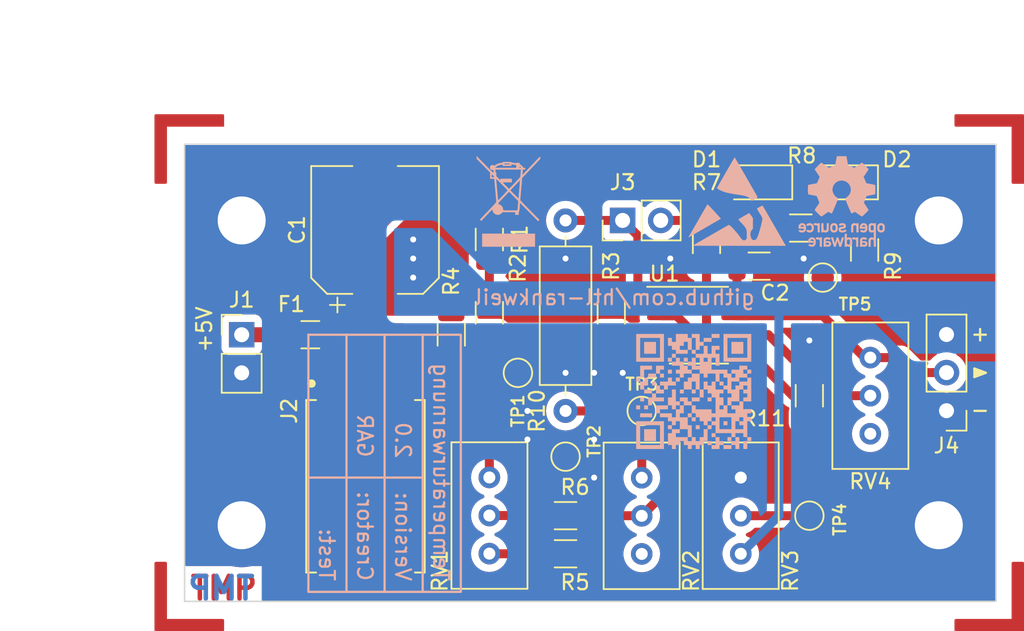
<source format=kicad_pcb>
(kicad_pcb (version 20221018) (generator pcbnew)
  (title_block (title "${acronym} - ${title}") (date "${date}") (rev "${revision}") (company "${company}") (comment 1 "${creator}") (comment 2 "${license}"))
  (layers (0 "F.Cu" signal) (31 "B.Cu" signal) (34 "B.Paste" user) (35 "F.Paste" user) (36 "B.SilkS" user "B.Silkscreen") (37 "F.SilkS" user "F.Silkscreen") (38 "B.Mask" user) (39 "F.Mask" user) (44 "Edge.Cuts" user))
  (property "acronym" "TMP")
  (property "company" "HTL-Rankweil")
  (property "creator" "GAR")
  (property "date" "2023-12-23")
  (property "license" "CC BY-NC-SA 4.0")
  (property "link" "github.com/htl-rankweil")
  (property "revision" "2.0")
  (property "title" "Temperaturwarnung")
  (net 0 "")
  (net 1 "+5V")
  (net 2 "GND")
  (net 3 "Net-(D1-K)")
  (net 4 "Net-(D2-K)")
  (net 5 "Net-(D2-A)")
  (net 6 "Net-(J1-Pin_1)")
  (net 7 "Net-(J2-Pin_2)")
  (net 8 "Net-(J3-Pin_1)")
  (net 9 "Net-(J3-Pin_2)")
  (net 10 "Net-(R1-Pad2)")
  (net 11 "Net-(R4-Pad2)")
  (net 12 "Net-(R5-Pad1)")
  (net 13 "Net-(U1B-+)")
  (net 14 "Net-(U1A--)")
  (net 15 "Net-(U1B--)")
  (net 17 "Net-(R6-Pad1)")
  (net 19 "Net-(R10-Pad2)")
  (net 20 "Net-(R11-Pad1)")
  (footprint "Resistor_SMD:R_1206_3216Metric" (layer "F.Cu") (at 143.515 77.47 -90)
    (fp_text reference "R1" (at 0 -2.032 90) (layer "F.SilkS"))
    (fp_text value "6k2")
    (pad "1" smd roundrect (at -1.4625 0 270) (size 1.125 1.75) (layers "F.Cu" "F.Paste" "F.Mask") (roundrect_rratio 0.2222222222) (net 1 "+5V"))
    (pad "2" smd roundrect (at 1.4625 0 270) (size 1.125 1.75) (layers "F.Cu" "F.Paste" "F.Mask") (roundrect_rratio 0.2222222222) (net 10 "Net-(R1-Pad2)"))
  )
  (footprint "Potentiometer_THT:Potentiometer_Bourns_3296W_Vertical" (layer "F.Cu") (at 143.515 93.335 90)
    (fp_text reference "RV1" (at -6.233 -3.302 90) (layer "F.SilkS"))
    (fp_text value "200")
    (pad "1" thru_hole circle (at 0 0 90) (size 1.44 1.44) (drill 0.8) (layers "*.Cu" "*.Mask") (net 11 "Net-(R4-Pad2)"))
    (pad "2" thru_hole circle (at -2.54 0 90) (size 1.44 1.44) (drill 0.8) (layers "*.Cu" "*.Mask") (net 17 "Net-(R6-Pad1)"))
    (pad "3" thru_hole circle (at -5.08 0 90) (size 1.44 1.44) (drill 0.8) (layers "*.Cu" "*.Mask") (net 12 "Net-(R5-Pad1)"))
  )
  (footprint "LED_SMD:LED_1206_3216Metric" (layer "F.Cu") (at 161.425 73.66 180)
    (fp_text reference "D1" (at 3.432 1.524 180) (layer "F.SilkS"))
    (fp_text value "Green")
    (pad "1" smd roundrect (at -1.4 0 180) (size 1.25 1.75) (layers "F.Cu" "F.Paste" "F.Mask") (roundrect_rratio 0.2) (net 3 "Net-(D1-K)"))
    (pad "2" smd roundrect (at 1.4 0 180) (size 1.25 1.75) (layers "F.Cu" "F.Paste" "F.Mask") (roundrect_rratio 0.2) (net 1 "+5V"))
  )
  (footprint "Fuse:Fuse_1206_3216Metric" (layer "F.Cu") (at 131.577 83.82)
    (fp_text reference "F1" (at -1.27 -2.032) (layer "F.SilkS"))
    (fp_text value "100m")
    (pad "1" smd roundrect (at -1.4 0) (size 1.25 1.75) (layers "F.Cu" "F.Paste" "F.Mask") (roundrect_rratio 0.2) (net 6 "Net-(J1-Pin_1)"))
    (pad "2" smd roundrect (at 1.4 0) (size 1.25 1.75) (layers "F.Cu" "F.Paste" "F.Mask") (roundrect_rratio 0.2) (net 1 "+5V"))
  )
  (footprint "Resistor_SMD:R_1206_3216Metric" (layer "F.Cu") (at 157.993 77.6625 -90)
    (fp_text reference "R7" (at -4.0025 0) (layer "F.SilkS"))
    (fp_text value "1k")
    (pad "1" smd roundrect (at -1.4625 0 270) (size 1.125 1.75) (layers "F.Cu" "F.Paste" "F.Mask") (roundrect_rratio 0.2222222222) (net 9 "Net-(J3-Pin_2)"))
    (pad "2" smd roundrect (at 1.4625 0 270) (size 1.125 1.75) (layers "F.Cu" "F.Paste" "F.Mask") (roundrect_rratio 0.2222222222) (net 13 "Net-(U1B-+)"))
  )
  (footprint "Resistor_SMD:R_1206_3216Metric" (layer "F.Cu") (at 148.595 95.885)
    (fp_text reference "R6" (at 0.635 -1.905 180) (layer "F.SilkS"))
    (fp_text value "33k")
    (pad "1" smd roundrect (at -1.4625 0) (size 1.125 1.75) (layers "F.Cu" "F.Paste" "F.Mask") (roundrect_rratio 0.2222222222) (net 17 "Net-(R6-Pad1)"))
    (pad "2" smd roundrect (at 1.4625 0) (size 1.125 1.75) (layers "F.Cu" "F.Paste" "F.Mask") (roundrect_rratio 0.2222222222) (net 14 "Net-(U1A--)"))
  )
  (footprint "Connector_PinHeader_2.54mm:PinHeader_1x02_P2.54mm_Vertical" (layer "F.Cu") (at 127 83.82)
    (fp_text reference "J1" (at 0 -2.33) (layer "F.SilkS"))
    (fp_text value "Conn_01x02_Pin" hide)
    (pad "1" thru_hole rect (at 0 0) (size 1.7 1.7) (drill 1) (layers "*.Cu" "*.Mask") (net 6 "Net-(J1-Pin_1)"))
    (pad "2" thru_hole oval (at 0 2.54) (size 1.7 1.7) (drill 1) (layers "*.Cu" "*.Mask") (net 2 "GND"))
  )
  (footprint "TestPoint:TestPoint_Pad_D1.5mm" (layer "F.Cu") (at 165.74 80.01)
    (fp_text reference "TP5" (at 2.159 1.778 180) (layer "F.SilkS") (effects (font (size 0.8 0.8))))
    (fp_text value "TestPoint_Probe" hide)
    (pad "1" smd circle (at 0 0) (size 1.5 1.5) (layers "F.Cu" "F.Mask") (net 5 "Net-(D2-A)"))
  )
  (footprint "Capacitor_SMD:CP_Elec_8x6.5" (layer "F.Cu") (at 135.895 76.835 90)
    (fp_text reference "C1" (at 0 -5.2 90) (layer "F.SilkS"))
    (fp_text value "100u")
    (pad "1" smd roundrect (at -3.05 0 90) (size 4 2.5) (layers "F.Cu" "F.Paste" "F.Mask") (roundrect_rratio 0.1) (net 1 "+5V"))
    (pad "2" smd roundrect (at 3.05 0 90) (size 4 2.5) (layers "F.Cu" "F.Paste" "F.Mask") (roundrect_rratio 0.1) (net 2 "GND"))
  )
  (footprint "Resistor_SMD:R_1206_3216Metric" (layer "F.Cu") (at 143.515 82.3575 -90)
    (fp_text reference "R2" (at -2.9825 -1.905 90) (layer "F.SilkS"))
    (fp_text value "330")
    (pad "1" smd roundrect (at -1.4625 0 270) (size 1.125 1.75) (layers "F.Cu" "F.Paste" "F.Mask") (roundrect_rratio 0.2222222222) (net 10 "Net-(R1-Pad2)"))
    (pad "2" smd roundrect (at 1.4625 0 270) (size 1.125 1.75) (layers "F.Cu" "F.Paste" "F.Mask") (roundrect_rratio 0.2222222222) (net 7 "Net-(J2-Pin_2)"))
  )
  (footprint "Capacitor_SMD:C_1206_3216Metric" (layer "F.Cu") (at 161.5 79.248)
    (fp_text reference "C2" (at 1.065 1.778) (layer "F.SilkS"))
    (fp_text value "100n")
    (pad "1" smd roundrect (at -1.475 0) (size 1.15 1.8) (layers "F.Cu" "F.Paste" "F.Mask") (roundrect_rratio 0.2173913043) (net 1 "+5V"))
    (pad "2" smd roundrect (at 1.475 0) (size 1.15 1.8) (layers "F.Cu" "F.Paste" "F.Mask") (roundrect_rratio 0.2173913043) (net 2 "GND"))
  )
  (footprint "LED_SMD:LED_1206_3216Metric" (layer "F.Cu") (at 167.14 73.66 180)
    (fp_text reference "D2" (at -3.553 1.524) (layer "F.SilkS"))
    (fp_text value "Red")
    (pad "1" smd roundrect (at -1.4 0 180) (size 1.25 1.75) (layers "F.Cu" "F.Paste" "F.Mask") (roundrect_rratio 0.2) (net 4 "Net-(D2-K)"))
    (pad "2" smd roundrect (at 1.4 0 180) (size 1.25 1.75) (layers "F.Cu" "F.Paste" "F.Mask") (roundrect_rratio 0.2) (net 5 "Net-(D2-A)"))
  )
  (footprint "TestPoint:TestPoint_Pad_D1.5mm" (layer "F.Cu") (at 153.675 88.9)
    (fp_text reference "TP3" (at 0 -1.778) (layer "F.SilkS") (effects (font (size 0.8 0.8))))
    (fp_text value "TestPoint_Probe" hide)
    (pad "1" smd circle (at 0 0) (size 1.5 1.5) (layers "F.Cu" "F.Mask") (net 19 "Net-(R10-Pad2)"))
  )
  (footprint "TestPoint:TestPoint_Pad_D1.5mm" (layer "F.Cu") (at 148.595 91.948)
    (fp_text reference "TP2" (at 1.905 -1.016 -90) (layer "F.SilkS") (effects (font (size 0.8 0.8))))
    (fp_text value "TestPoint_Probe" hide)
    (pad "1" smd circle (at 0 0) (size 1.5 1.5) (layers "F.Cu" "F.Mask") (net 17 "Net-(R6-Pad1)"))
  )
  (footprint "MountingHole:MountingHole_3.2mm_M3_DIN965_Pad" (layer "F.Cu") (at 127 76.2)
    (fp_text reference "H1" hide)
    (fp_text value "MountingHole_Pad" hide)
    (pad "1" thru_hole circle (at 0 0) (size 5.6 5.6) (drill 3.2) (layers "*.Cu" "*.Mask") (net 2 "GND"))
  )
  (footprint "MountingHole:MountingHole_3.2mm_M3_DIN965_Pad" (layer "F.Cu") (at 173.482 96.52)
    (fp_text reference "H4" hide)
    (fp_text value "MountingHole_Pad" hide)
    (pad "1" thru_hole circle (at 0 0) (size 5.6 5.6) (drill 3.2) (layers "*.Cu" "*.Mask") (net 2 "GND"))
  )
  (footprint "Connector_Wago_SMD:WAGO_2060-402_998-404" (layer "F.Cu") (at 135.255 92.075 90)
    (fp_text reference "J2" (at 3.175 -5.08248 90) (layer "F.SilkS") (effects (font (size 1.000488 1.000488))))
    (fp_text value "Conn_01x02_Pin" hide)
    (pad "1" smd rect (at -4.625 -2 90) (size 6 2) (layers "F.Cu" "F.Paste" "F.Mask") (net 2 "GND"))
    (pad "1" smd rect (at 4.625 -2 90) (size 3.5 2) (layers "F.Cu" "F.Paste" "F.Mask") (net 2 "GND"))
    (pad "2" smd rect (at -4.625 2 90) (size 6 2) (layers "F.Cu" "F.Paste" "F.Mask") (net 7 "Net-(J2-Pin_2)"))
    (pad "2" smd rect (at 4.625 2 90) (size 3.5 2) (layers "F.Cu" "F.Paste" "F.Mask") (net 7 "Net-(J2-Pin_2)"))
  )
  (footprint "Resistor_SMD:R_1206_3216Metric" (layer "F.Cu") (at 168.534 78.1705 -90)
    (fp_text reference "R9" (at 1.0775 -1.905 -90) (layer "F.SilkS"))
    (fp_text value "270")
    (pad "1" smd roundrect (at -1.4625 0 270) (size 1.125 1.75) (layers "F.Cu" "F.Paste" "F.Mask") (roundrect_rratio 0.2222222222) (net 4 "Net-(D2-K)"))
    (pad "2" smd roundrect (at 1.4625 0 270) (size 1.125 1.75) (layers "F.Cu" "F.Paste" "F.Mask") (roundrect_rratio 0.2222222222) (net 2 "GND"))
  )
  (footprint "Resistor_SMD:R_1206_3216Metric" (layer "F.Cu") (at 151.643 82.3575 90)
    (fp_text reference "R3" (at 3.1095 0 90) (layer "F.SilkS"))
    (fp_text value "opt.")
    (pad "1" smd roundrect (at -1.4625 0 90) (size 1.125 1.75) (layers "F.Cu" "F.Paste" "F.Mask") (roundrect_rratio 0.2222222222) (net 7 "Net-(J2-Pin_2)"))
    (pad "2" smd roundrect (at 1.4625 0 90) (size 1.125 1.75) (layers "F.Cu" "F.Paste" "F.Mask") (roundrect_rratio 0.2222222222) (net 2 "GND"))
  )
  (footprint "Resistor_SMD:R_1206_3216Metric" (layer "F.Cu") (at 164.2815 76.708)
    (fp_text reference "R8" (at 0.0615 -4.826) (layer "F.SilkS"))
    (fp_text value "270")
    (pad "1" smd roundrect (at -1.4625 0) (size 1.125 1.75) (layers "F.Cu" "F.Paste" "F.Mask") (roundrect_rratio 0.2222222222) (net 3 "Net-(D1-K)"))
    (pad "2" smd roundrect (at 1.4625 0) (size 1.125 1.75) (layers "F.Cu" "F.Paste" "F.Mask") (roundrect_rratio 0.2222222222) (net 5 "Net-(D2-A)"))
  )
  (footprint "Resistor_SMD:R_1206_3216Metric" (layer "F.Cu") (at 164.851 87.884 90)
    (fp_text reference "R11" (at -1.524 -3.048 180) (layer "F.SilkS"))
    (fp_text value "0")
    (pad "1" smd roundrect (at -1.4625 0 90) (size 1.125 1.75) (layers "F.Cu" "F.Paste" "F.Mask") (roundrect_rratio 0.2222222222) (net 20 "Net-(R11-Pad1)"))
    (pad "2" smd roundrect (at 1.4625 0 90) (size 1.125 1.75) (layers "F.Cu" "F.Paste" "F.Mask") (roundrect_rratio 0.2222222222) (net 15 "Net-(U1B--)"))
  )
  (footprint "Resistor_SMD:R_1206_3216Metric" (layer "F.Cu") (at 140.975 83.82 -90)
    (fp_text reference "R4" (at -3.556 0 90) (layer "F.SilkS"))
    (fp_text value "3k9")
    (pad "1" smd roundrect (at -1.4625 0 270) (size 1.125 1.75) (layers "F.Cu" "F.Paste" "F.Mask") (roundrect_rratio 0.2222222222) (net 1 "+5V"))
    (pad "2" smd roundrect (at 1.4625 0 270) (size 1.125 1.75) (layers "F.Cu" "F.Paste" "F.Mask") (roundrect_rratio 0.2222222222) (net 11 "Net-(R4-Pad2)"))
  )
  (footprint "Potentiometer_THT:Potentiometer_Bourns_3296W_Vertical" (layer "F.Cu") (at 168.915 85.344 90)
    (fp_text reference "RV4" (at -8.255 0 180) (layer "F.SilkS"))
    (fp_text value "250k")
    (pad "1" thru_hole circle (at 0 0 90) (size 1.44 1.44) (drill 0.8) (layers "*.Cu" "*.Mask") (net 5 "Net-(D2-A)"))
    (pad "2" thru_hole circle (at -2.54 0 90) (size 1.44 1.44) (drill 0.8) (layers "*.Cu" "*.Mask") (net 13 "Net-(U1B-+)"))
    (pad "3" thru_hole circle (at -5.08 0 90) (size 1.44 1.44) (drill 0.8) (layers "*.Cu" "*.Mask"))
  )
  (footprint "Resistor_SMD:R_1206_3216Metric" (layer "F.Cu") (at 148.595 98.425)
    (fp_text reference "R5" (at 0.635 1.905) (layer "F.SilkS"))
    (fp_text value "1k")
    (pad "1" smd roundrect (at -1.4625 0) (size 1.125 1.75) (layers "F.Cu" "F.Paste" "F.Mask") (roundrect_rratio 0.2222222222) (net 12 "Net-(R5-Pad1)"))
    (pad "2" smd roundrect (at 1.4625 0) (size 1.125 1.75) (layers "F.Cu" "F.Paste" "F.Mask") (roundrect_rratio 0.2222222222) (net 2 "GND"))
  )
  (footprint "MountingHole:MountingHole_3.2mm_M3_DIN965_Pad" (layer "F.Cu") (at 127 96.52)
    (fp_text reference "H2" hide)
    (fp_text value "MountingHole_Pad" hide)
    (pad "1" thru_hole circle (at 0 0) (size 5.6 5.6) (drill 3.2) (layers "*.Cu" "*.Mask") (net 2 "GND"))
  )
  (footprint "TestPoint:TestPoint_Pad_D1.5mm" (layer "F.Cu") (at 164.851 95.885)
    (fp_text reference "TP4" (at 2.032 0.254 90) (layer "F.SilkS") (effects (font (size 0.8 0.8))))
    (fp_text value "TestPoint_Probe" hide)
    (pad "1" smd circle (at 0 0) (size 1.5 1.5) (layers "F.Cu" "F.Mask") (net 20 "Net-(R11-Pad1)"))
  )
  (footprint "TestPoint:TestPoint_Pad_D1.5mm" (layer "F.Cu") (at 145.42 86.36)
    (fp_text reference "TP1" (at 0 2.54 90) (layer "F.SilkS") (effects (font (size 0.8 0.8))))
    (fp_text value "TestPoint_Probe" hide)
    (pad "1" smd circle (at 0 0) (size 1.5 1.5) (layers "F.Cu" "F.Mask") (net 7 "Net-(J2-Pin_2)"))
  )
  (footprint "Connector_PinHeader_2.54mm:PinHeader_1x03_P2.54mm_Vertical" (layer "F.Cu") (at 173.995 88.885 180)
    (fp_text reference "J4" (at 0 -2.33 180) (layer "F.SilkS"))
    (fp_text value "Conn_01x03_Socket" hide)
    (pad "1" thru_hole rect (at 0 0 180) (size 1.7 1.7) (drill 1) (layers "*.Cu" "*.Mask") (net 2 "GND"))
    (pad "2" thru_hole oval (at 0 2.54 180) (size 1.7 1.7) (drill 1) (layers "*.Cu" "*.Mask") (net 5 "Net-(D2-A)"))
    (pad "3" thru_hole oval (at 0 5.08 180) (size 1.7 1.7) (drill 1) (layers "*.Cu" "*.Mask") (net 1 "+5V"))
  )
  (footprint "Resistor_THT:R_Axial_DIN0309_L9.0mm_D3.2mm_P12.70mm_Horizontal" (layer "F.Cu") (at 148.595 76.2 -90)
    (fp_text reference "R10" (at 12.7 1.905 90) (layer "F.SilkS"))
    (fp_text value "0")
    (pad "1" thru_hole circle (at 0 0 270) (size 1.6 1.6) (drill 0.8) (layers "*.Cu" "*.Mask") (net 8 "Net-(J3-Pin_1)"))
    (pad "2" thru_hole oval (at 12.7 0 270) (size 1.6 1.6) (drill 0.8) (layers "*.Cu" "*.Mask") (net 19 "Net-(R10-Pad2)"))
  )
  (footprint "Connector_PinHeader_2.54mm:PinHeader_1x02_P2.54mm_Vertical" (layer "F.Cu") (at 152.4 76.2 90)
    (fp_text reference "J3" (at 2.54 0.005 180) (layer "F.SilkS"))
    (fp_text value "Conn_01x02_Pin" hide)
    (pad "1" thru_hole rect (at 0 0 90) (size 1.7 1.7) (drill 1) (layers "*.Cu" "*.Mask") (net 8 "Net-(J3-Pin_1)"))
    (pad "2" thru_hole oval (at 0 2.54 90) (size 1.7 1.7) (drill 1) (layers "*.Cu" "*.Mask") (net 9 "Net-(J3-Pin_2)"))
  )
  (footprint "Potentiometer_THT:Potentiometer_Bourns_3296W_Vertical" (layer "F.Cu") (at 160.279 98.425 -90)
    (fp_text reference "RV3" (at 1.143 -3.302 90) (layer "F.SilkS"))
    (fp_text value "10k")
    (pad "1" thru_hole circle (at 0 0 270) (size 1.44 1.44) (drill 0.8) (layers "*.Cu" "*.Mask") (net 1 "+5V"))
    (pad "2" thru_hole circle (at -2.54 0 270) (size 1.44 1.44) (drill 0.8) (layers "*.Cu" "*.Mask") (net 20 "Net-(R11-Pad1)"))
    (pad "3" thru_hole circle (at -5.08 0 270) (size 1.44 1.44) (drill 0.8) (layers "*.Cu" "*.Mask") (net 2 "GND"))
  )
  (footprint "Potentiometer_THT:Potentiometer_Bourns_3296W_Vertical" (layer "F.Cu") (at 153.675 98.435 -90)
    (fp_text reference "RV2" (at 1.133 -3.302 -90) (layer "F.SilkS"))
    (fp_text value "250k")
    (pad "1" thru_hole circle (at 0 0 270) (size 1.44 1.44) (drill 0.8) (layers "*.Cu" "*.Mask"))
    (pad "2" thru_hole circle (at -2.54 0 270) (size 1.44 1.44) (drill 0.8) (layers "*.Cu" "*.Mask") (net 14 "Net-(U1A--)"))
    (pad "3" thru_hole circle (at -5.08 0 270) (size 1.44 1.44) (drill 0.8) (layers "*.Cu" "*.Mask") (net 19 "Net-(R10-Pad2)"))
  )
  (footprint "MountingHole:MountingHole_3.2mm_M3_DIN965_Pad" (layer "F.Cu") (at 173.482 76.2)
    (fp_text reference "H3" hide)
    (fp_text value "MountingHole_Pad" hide)
    (pad "1" thru_hole circle (at 0 0) (size 5.6 5.6) (drill 3.2) (layers "*.Cu" "*.Mask") (net 2 "GND"))
  )
  (footprint "Package_SO:SOIC-8_3.9x4.9mm_P1.27mm" (layer "F.Cu") (at 157.485 83.185)
    (fp_text reference "U1" (at -2.286 -3.429 180) (layer "F.SilkS"))
    (fp_text value "LM358")
    (pad "1" smd roundrect (at -2.475 -1.905) (size 1.95 0.6) (layers "F.Cu" "F.Paste" "F.Mask") (net 8 "Net-(J3-Pin_1)"))
    (pad "2" smd roundrect (at -2.475 -0.635) (size 1.95 0.6) (layers "F.Cu" "F.Paste" "F.Mask") (net 14 "Net-(U1A--)"))
    (pad "3" smd roundrect (at -2.475 0.635) (size 1.95 0.6) (layers "F.Cu" "F.Paste" "F.Mask") (net 7 "Net-(J2-Pin_2)"))
    (pad "4" smd roundrect (at -2.475 1.905) (size 1.95 0.6) (layers "F.Cu" "F.Paste" "F.Mask") (net 2 "GND"))
    (pad "5" smd roundrect (at 2.475 1.905) (size 1.95 0.6) (layers "F.Cu" "F.Paste" "F.Mask") (net 13 "Net-(U1B-+)"))
    (pad "6" smd roundrect (at 2.475 0.635) (size 1.95 0.6) (layers "F.Cu" "F.Paste" "F.Mask") (net 15 "Net-(U1B--)"))
    (pad "7" smd roundrect (at 2.475 -0.635) (size 1.95 0.6) (layers "F.Cu" "F.Paste" "F.Mask") (net 5 "Net-(D2-A)"))
    (pad "8" smd roundrect (at 2.475 -1.905) (size 1.95 0.6) (layers "F.Cu" "F.Paste" "F.Mask") (net 1 "+5V"))
  )
  (footprint "Symbol:WEEE-Logo_4.2x6mm_SilkScreen" (layer "B.Cu") (at 144.785 74.93 180)
    (fp_text reference "FID2" hide)
    (fp_text value "Waste" hide)
  )
  (footprint "Symbol:ESD-Logo_6.6x6mm_SilkScreen" (layer "B.Cu") (at 160.025 74.93 180)
    (fp_text reference "FID1" hide)
    (fp_text value "ESD" hide)
  )
  (footprint "Symbol:OSHW-Logo_5.7x6mm_SilkScreen" (layer "B.Cu") (at 167.01 74.93 180)
    (fp_text reference "FID3" hide)
    (fp_text value "OH" hide)
  )
  (gr_poly (pts (xy 174.625 69.85) (xy 174.625 69.215) (xy 179.07 69.215) (xy 179.07 73.66) (xy 178.435 73.66) (xy 178.435 69.85)) (stroke (width 0.2)) (fill solid) (layer "F.Cu"))
  (gr_line (start 127.513 90.17) (end 127.513 91.44) (stroke (width 0.2)) (layer "F.Cu"))
  (gr_poly (pts (xy 174.625 102.87) (xy 174.625 103.505) (xy 179.07 103.505) (xy 179.07 99.06) (xy 178.435 99.06) (xy 178.435 102.87)) (stroke (width 0.2)) (fill solid) (layer "F.Cu"))
  (gr_line (start 126.243 91.44) (end 126.878 90.17) (stroke (width 0.2)) (layer "F.Cu"))
  (gr_line (start 128.275 90.17) (end 128.275 91.44) (stroke (width 0.2)) (layer "F.Cu"))
  (gr_line (start 125.608 90.17) (end 126.243 91.44) (stroke (width 0.2)) (layer "F.Cu"))
  (gr_poly (pts (xy 125.73 102.87) (xy 125.73 103.505) (xy 121.285 103.505) (xy 121.285 99.06) (xy 121.92 99.06) (xy 121.92 102.87)) (stroke (width 0.2)) (fill solid) (layer "F.Cu"))
  (gr_poly (pts (xy 125.73 69.85) (xy 125.73 69.215) (xy 121.285 69.215) (xy 121.285 73.66) (xy 121.92 73.66) (xy 121.92 69.85) (xy 122.555 69.85)) (stroke (width 0.2)) (fill solid) (layer "F.Cu"))
  (gr_poly (pts (xy 158.331666 91.175416) (xy 158.067083 91.175416) (xy 158.067083 90.910833) (xy 158.331666 90.910833)) (fill solid) (layer "B.SilkS"))
  (gr_poly (pts (xy 160.18375 90.910833) (xy 160.18375 91.175416) (xy 160.18375 91.44) (xy 159.919166 91.44) (xy 159.919166 91.175416) (xy 159.654583 91.175416) (xy 159.654583 90.910833) (xy 159.919166 90.910833) (xy 159.919166 90.64625) (xy 160.18375 90.64625)) (fill solid) (layer "B.SilkS"))
  (gr_poly (pts (xy 160.9775 86.412916) (xy 160.712916 86.412916) (xy 160.712916 86.148333) (xy 160.9775 86.148333)) (fill solid) (layer "B.SilkS"))
  (gr_poly (pts (xy 156.215 86.942083) (xy 155.950416 86.942083) (xy 155.950416 86.6775) (xy 156.215 86.6775)) (fill solid) (layer "B.SilkS"))
  (gr_poly (pts (xy 154.6275 86.6775) (xy 154.362917 86.6775) (xy 154.098333 86.6775) (xy 154.098333 86.412916) (xy 154.362917 86.412916) (xy 154.6275 86.412916)) (fill solid) (layer "B.SilkS"))
  (gr_poly (pts (xy 156.479583 88.794166) (xy 156.479583 89.058749) (xy 156.215 89.058749) (xy 156.215 89.323333) (xy 156.479583 89.323333) (xy 156.744166 89.323333) (xy 156.744166 89.587916) (xy 156.744166 89.8525) (xy 157.00875 89.8525) (xy 157.00875 90.117083) (xy 157.00875 90.381666) (xy 157.00875 90.64625) (xy 156.744166 90.64625) (xy 156.744166 90.381666) (xy 156.744166 90.117083) (xy 156.479583 90.117083) (xy 156.215 90.117083) (xy 156.215 89.8525) (xy 156.215 89.587916) (xy 155.950416 89.587916) (xy 155.950416 89.8525) (xy 155.685833 89.8525) (xy 155.685833 89.587916) (xy 155.42125 89.587916) (xy 155.42125 89.323333) (xy 155.156667 89.323333) (xy 154.892083 89.323333) (xy 154.892083 89.058749) (xy 155.156667 89.058749) (xy 155.42125 89.058749) (xy 155.685833 89.058749) (xy 155.685833 89.323333) (xy 155.950416 89.323333) (xy 155.950416 89.058749) (xy 155.950416 88.794166) (xy 156.215 88.794166) (xy 156.215 88.529583) (xy 156.479583 88.529583)) (fill solid) (layer "B.SilkS"))
  (gr_poly (pts (xy 160.9775 90.910833) (xy 160.712916 90.910833) (xy 160.712916 90.64625) (xy 160.9775 90.64625)) (fill solid) (layer "B.SilkS"))
  (gr_poly (pts (xy 154.6275 90.381666) (xy 154.6275 90.64625) (xy 154.6275 90.910833) (xy 154.362917 90.910833) (xy 154.098333 90.910833) (xy 153.83375 90.910833) (xy 153.83375 90.64625) (xy 153.83375 90.381666) (xy 153.83375 90.117083) (xy 154.098333 90.117083) (xy 154.362917 90.117083) (xy 154.6275 90.117083)) (fill solid) (layer "B.SilkS"))
  (gr_poly (pts (xy 155.685833 85.619167) (xy 155.42125 85.619167) (xy 155.42125 85.354583) (xy 155.685833 85.354583)) (fill solid) (layer "B.SilkS"))
  (gr_poly (pts (xy 155.156667 86.6775) (xy 154.892083 86.6775) (xy 154.892083 86.412916) (xy 155.156667 86.412916)) (fill solid) (layer "B.SilkS"))
  (gr_poly (pts (xy 155.42125 88.794166) (xy 155.156667 88.794166) (xy 154.892083 88.794166) (xy 154.892083 89.058749) (xy 154.6275 89.058749) (xy 154.6275 88.794166) (xy 154.6275 88.529583) (xy 154.892083 88.529583) (xy 155.156667 88.529583) (xy 155.42125 88.529583)) (fill solid) (layer "B.SilkS"))
  (gr_poly (pts (xy 160.9775 84.031667) (xy 160.9775 84.29625) (xy 160.9775 84.560833) (xy 160.9775 84.825417) (xy 160.9775 85.09) (xy 160.9775 85.354583) (xy 160.9775 85.619167) (xy 160.712916 85.619167) (xy 160.448333 85.619167) (xy 160.18375 85.619167) (xy 159.919166 85.619167) (xy 159.654583 85.619167) (xy 159.39 85.619167) (xy 159.125416 85.619167) (xy 159.125416 85.354583) (xy 159.125416 85.09) (xy 159.125416 84.825417) (xy 159.125416 84.560833) (xy 159.125416 84.29625) (xy 159.125416 84.031667) (xy 159.39 84.031667) (xy 159.39 84.29625) (xy 159.39 84.560833) (xy 159.39 84.825417) (xy 159.39 85.09) (xy 159.39 85.354583) (xy 160.712916 85.354583) (xy 160.712916 85.09) (xy 160.712916 84.825417) (xy 160.712916 84.560833) (xy 160.712916 84.29625) (xy 160.712916 84.031667) (xy 160.448333 84.031667) (xy 160.18375 84.031667) (xy 159.919166 84.031667) (xy 159.654583 84.031667) (xy 159.39 84.031667) (xy 159.125416 84.031667) (xy 159.125416 83.767083) (xy 159.39 83.767083) (xy 159.654583 83.767083) (xy 159.919166 83.767083) (xy 160.18375 83.767083) (xy 160.448333 83.767083) (xy 160.712916 83.767083) (xy 160.9775 83.767083)) (fill solid) (layer "B.SilkS"))
  (gr_poly (pts (xy 157.537917 86.6775) (xy 157.537917 86.942083) (xy 157.537917 87.206666) (xy 157.537917 87.47125) (xy 157.273333 87.47125) (xy 157.273333 87.206666) (xy 157.273333 86.942083) (xy 157.00875 86.942083) (xy 157.00875 87.206666) (xy 157.00875 87.47125) (xy 156.744166 87.47125) (xy 156.479583 87.47125) (xy 156.479583 87.206666) (xy 156.479583 86.942083) (xy 156.744166 86.942083) (xy 156.744166 86.6775) (xy 157.00875 86.6775) (xy 157.00875 86.412916) (xy 157.273333 86.412916) (xy 157.537917 86.412916)) (fill solid) (layer "B.SilkS"))
  (gr_poly (pts (xy 154.362917 86.148333) (xy 154.098333 86.148333) (xy 153.83375 86.148333) (xy 153.83375 86.412916) (xy 153.83375 86.6775) (xy 153.569167 86.6775) (xy 153.569167 86.412916) (xy 153.569167 86.148333) (xy 153.569167 85.88375) (xy 153.83375 85.88375) (xy 154.098333 85.88375) (xy 154.362917 85.88375)) (fill solid) (layer "B.SilkS"))
  (gr_poly (pts (xy 155.156667 89.8525) (xy 155.156667 90.117083) (xy 155.156667 90.381666) (xy 155.156667 90.64625) (xy 155.156667 90.910833) (xy 155.156667 91.175416) (xy 155.156667 91.44) (xy 154.892083 91.44) (xy 154.6275 91.44) (xy 154.362917 91.44) (xy 154.098333 91.44) (xy 153.83375 91.44) (xy 153.569167 91.44) (xy 153.304583 91.44) (xy 153.304583 91.175416) (xy 153.304583 90.910833) (xy 153.304583 90.64625) (xy 153.304583 90.381666) (xy 153.304583 90.117083) (xy 153.304583 89.8525) (xy 153.569167 89.8525) (xy 153.569167 90.117083) (xy 153.569167 90.381666) (xy 153.569167 90.64625) (xy 153.569167 90.910833) (xy 153.569167 91.175416) (xy 154.892083 91.175416) (xy 154.892083 90.910833) (xy 154.892083 90.64625) (xy 154.892083 90.381666) (xy 154.892083 90.117083) (xy 154.892083 89.8525) (xy 154.6275 89.8525) (xy 154.362917 89.8525) (xy 154.098333 89.8525) (xy 153.83375 89.8525) (xy 153.569167 89.8525) (xy 153.304583 89.8525) (xy 153.304583 89.587916) (xy 153.569167 89.587916) (xy 153.83375 89.587916) (xy 154.098333 89.587916) (xy 154.362917 89.587916) (xy 154.6275 89.587916) (xy 154.892083 89.587916) (xy 155.156667 89.587916)) (fill solid) (layer "B.SilkS"))
  (gr_poly (pts (xy 158.331666 90.117083) (xy 158.067083 90.117083) (xy 158.067083 89.8525) (xy 158.331666 89.8525)) (fill solid) (layer "B.SilkS"))
  (gr_poly (pts (xy 154.098333 88.794166) (xy 153.83375 88.794166) (xy 153.83375 88.529583) (xy 154.098333 88.529583)) (fill solid) (layer "B.SilkS"))
  (gr_poly (pts (xy 154.892083 87.47125) (xy 155.156667 87.47125) (xy 155.156667 87.735833) (xy 154.892083 87.735833) (xy 154.6275 87.735833) (xy 154.6275 87.47125) (xy 154.6275 87.206666) (xy 154.892083 87.206666)) (fill solid) (layer "B.SilkS"))
  (gr_poly (pts (xy 157.8025 87.735833) (xy 157.8025 88.000417) (xy 157.537917 88.000417) (xy 157.537917 87.735833) (xy 157.537917 87.47125) (xy 157.8025 87.47125)) (fill solid) (layer "B.SilkS"))
  (gr_poly (pts (xy 155.156667 84.031667) (xy 155.156667 84.29625) (xy 155.156667 84.560833) (xy 155.156667 84.825417) (xy 155.156667 85.09) (xy 155.156667 85.354583) (xy 155.156667 85.619167) (xy 154.892083 85.619167) (xy 154.6275 85.619167) (xy 154.362917 85.619167) (xy 154.098333 85.619167) (xy 153.83375 85.619167) (xy 153.569167 85.619167) (xy 153.304583 85.619167) (xy 153.304583 85.354583) (xy 153.304583 85.09) (xy 153.304583 84.825417) (xy 153.304583 84.560833) (xy 153.304583 84.29625) (xy 153.304583 84.031667) (xy 153.569167 84.031667) (xy 153.569167 84.29625) (xy 153.569167 84.560833) (xy 153.569167 84.825417) (xy 153.569167 85.09) (xy 153.569167 85.354583) (xy 154.892083 85.354583) (xy 154.892083 85.09) (xy 154.892083 84.825417) (xy 154.892083 84.560833) (xy 154.892083 84.29625) (xy 154.892083 84.031667) (xy 154.6275 84.031667) (xy 154.362917 84.031667) (xy 154.098333 84.031667) (xy 153.83375 84.031667) (xy 153.569167 84.031667) (xy 153.304583 84.031667) (xy 153.304583 83.767083) (xy 153.569167 83.767083) (xy 153.83375 83.767083) (xy 154.098333 83.767083) (xy 154.362917 83.767083) (xy 154.6275 83.767083) (xy 154.892083 83.767083) (xy 155.156667 83.767083)) (fill solid) (layer "B.SilkS"))
  (gr_poly (pts (xy 155.685833 86.412916) (xy 155.42125 86.412916) (xy 155.42125 86.148333) (xy 155.685833 86.148333)) (fill solid) (layer "B.SilkS"))
  (gr_poly (pts (xy 157.537917 88.265) (xy 157.273333 88.265) (xy 157.00875 88.265) (xy 157.00875 88.000417) (xy 157.273333 88.000417) (xy 157.537917 88.000417)) (fill solid) (layer "B.SilkS"))
  (gr_poly (pts (xy 159.654583 90.910833) (xy 159.39 90.910833) (xy 159.39 90.64625) (xy 159.654583 90.64625)) (fill solid) (layer "B.SilkS"))
  (gr_rect (start 131.45 83.82) (end 141.61 100.965) (stroke (width 0.15)) (fill none) (layer "B.SilkS"))
  (gr_poly (pts (xy 154.6275 84.560833) (xy 154.6275 84.825417) (xy 154.6275 85.09) (xy 154.362917 85.09) (xy 154.098333 85.09) (xy 153.83375 85.09) (xy 153.83375 84.825417) (xy 153.83375 84.560833) (xy 153.83375 84.29625) (xy 154.098333 84.29625) (xy 154.362917 84.29625) (xy 154.6275 84.29625)) (fill solid) (layer "B.SilkS"))
  (gr_poly (pts (xy 154.362917 89.323333) (xy 154.098333 89.323333) (xy 153.83375 89.323333) (xy 153.569167 89.323333) (xy 153.569167 89.058749) (xy 153.83375 89.058749) (xy 154.098333 89.058749) (xy 154.362917 89.058749)) (fill solid) (layer "B.SilkS"))
  (gr_poly (pts (xy 155.685833 90.117083) (xy 155.42125 90.117083) (xy 155.42125 89.8525) (xy 155.685833 89.8525)) (fill solid) (layer "B.SilkS"))
  (gr_poly (pts (xy 158.860833 90.910833) (xy 159.125416 90.910833) (xy 159.125416 91.175416) (xy 158.860833 91.175416) (xy 158.860833 91.44) (xy 158.596249 91.44) (xy 158.331666 91.44) (xy 158.331666 91.175416) (xy 158.596249 91.175416) (xy 158.596249 90.910833) (xy 158.596249 90.64625) (xy 158.860833 90.64625)) (fill solid) (layer "B.SilkS"))
  (gr_poly (pts (xy 154.6275 87.206666) (xy 154.362917 87.206666) (xy 154.362917 86.942083) (xy 154.6275 86.942083)) (fill solid) (layer "B.SilkS"))
  (gr_poly (pts (xy 158.860833 84.031667) (xy 158.596249 84.031667) (xy 158.331666 84.031667) (xy 158.331666 83.767083) (xy 158.596249 83.767083) (xy 158.860833 83.767083)) (fill solid) (layer "B.SilkS"))
  (gr_poly (pts (xy 156.744166 85.619167) (xy 156.479583 85.619167) (xy 156.479583 85.354583) (xy 156.744166 85.354583)) (fill solid) (layer "B.SilkS"))
  (gr_poly (pts (xy 159.125416 87.206666) (xy 158.860833 87.206666) (xy 158.860833 86.942083) (xy 159.125416 86.942083)) (fill solid) (layer "B.SilkS"))
  (gr_poly (pts (xy 157.273333 85.09) (xy 157.00875 85.09) (xy 157.00875 84.825417) (xy 157.273333 84.825417)) (fill solid) (layer "B.SilkS"))
  (gr_line (start 139.07 93.345) (end 131.45 93.345) (stroke (width 0.15)) (layer "B.SilkS"))
  (gr_line (start 139.07 100.965) (end 139.07 83.82) (stroke (width 0.15)) (layer "B.SilkS"))
  (gr_poly (pts (xy 158.331666 88.265) (xy 158.067083 88.265) (xy 158.067083 88.000417) (xy 158.331666 88.000417)) (fill solid) (layer "B.SilkS"))
  (gr_poly (pts (xy 158.331666 84.29625) (xy 158.067083 84.29625) (xy 157.8025 84.29625) (xy 157.8025 84.031667) (xy 158.067083 84.031667) (xy 158.331666 84.031667)) (fill solid) (layer "B.SilkS"))
  (gr_poly (pts (xy 160.712916 91.175416) (xy 160.712916 91.44) (xy 160.448333 91.44) (xy 160.448333 91.175416) (xy 160.448333 90.910833) (xy 160.712916 90.910833)) (fill solid) (layer "B.SilkS"))
  (gr_poly (pts (xy 157.273333 89.587916) (xy 157.00875 89.587916) (xy 157.00875 89.323333) (xy 157.273333 89.323333)) (fill solid) (layer "B.SilkS"))
  (gr_poly (pts (xy 154.098333 86.942083) (xy 154.098333 87.206666) (xy 153.83375 87.206666) (xy 153.83375 87.47125) (xy 153.569167 87.47125) (xy 153.569167 87.206666) (xy 153.569167 86.942083) (xy 153.83375 86.942083) (xy 153.83375 86.6775) (xy 154.098333 86.6775)) (fill solid) (layer "B.SilkS"))
  (gr_poly (pts (xy 159.654583 91.44) (xy 159.39 91.44) (xy 159.125416 91.44) (xy 159.125416 91.175416) (xy 159.39 91.175416) (xy 159.654583 91.175416)) (fill solid) (layer "B.SilkS"))
  (gr_poly (pts (xy 153.569167 86.942083) (xy 153.304583 86.942083) (xy 153.304583 86.6775) (xy 153.569167 86.6775)) (fill solid) (layer "B.SilkS"))
  (gr_line (start 136.53 100.965) (end 136.53 83.82) (stroke (width 0.15)) (layer "B.SilkS"))
  (gr_poly (pts (xy 153.83375 88.265) (xy 153.569167 88.265) (xy 153.569167 88.000417) (xy 153.83375 88.000417)) (fill solid) (layer "B.SilkS"))
  (gr_poly (pts (xy 155.156667 86.148333) (xy 154.892083 86.148333) (xy 154.892083 86.412916) (xy 154.6275 86.412916) (xy 154.6275 86.148333) (xy 154.6275 85.88375) (xy 154.892083 85.88375) (xy 155.156667 85.88375)) (fill solid) (layer "B.SilkS"))
  (gr_poly (pts (xy 157.00875 89.323333) (xy 156.744166 89.323333) (xy 156.744166 89.058749) (xy 157.00875 89.058749)) (fill solid) (layer "B.SilkS"))
  (gr_poly (pts (xy 156.744166 84.031667) (xy 157.00875 84.031667) (xy 157.00875 83.767083) (xy 157.273333 83.767083) (xy 157.537917 83.767083) (xy 157.537917 84.031667) (xy 157.537917 84.29625) (xy 157.8025 84.29625) (xy 157.8025 84.560833) (xy 157.537917 84.560833) (xy 157.537917 84.825417) (xy 157.273333 84.825417) (xy 157.273333 84.560833) (xy 157.273333 84.29625) (xy 157.273333 84.031667) (xy 157.00875 84.031667) (xy 157.00875 84.29625) (xy 157.00875 84.560833) (xy 157.00875 84.825417) (xy 156.744166 84.825417) (xy 156.744166 85.09) (xy 156.479583 85.09) (xy 156.215 85.09) (xy 155.950416 85.09) (xy 155.950416 84.825417) (xy 156.215 84.825417) (xy 156.479583 84.825417) (xy 156.744166 84.825417) (xy 156.744166 84.560833) (xy 156.744166 84.29625) (xy 156.479583 84.29625) (xy 156.479583 84.560833) (xy 156.215 84.560833) (xy 156.215 84.825417) (xy 155.950416 84.825417) (xy 155.685833 84.825417) (xy 155.685833 84.560833) (xy 155.42125 84.560833) (xy 155.42125 84.29625) (xy 155.42125 84.031667) (xy 155.685833 84.031667) (xy 155.685833 84.29625) (xy 155.950416 84.29625) (xy 155.950416 84.031667) (xy 155.950416 83.767083) (xy 156.215 83.767083) (xy 156.479583 83.767083) (xy 156.744166 83.767083)) (fill solid) (layer "B.SilkS"))
  (gr_line (start 133.99 100.965) (end 133.99 83.82) (stroke (width 0.15)) (layer "B.SilkS"))
  (gr_poly (pts (xy 155.950416 85.354583) (xy 155.685833 85.354583) (xy 155.685833 85.09) (xy 155.950416 85.09)) (fill solid) (layer "B.SilkS"))
  (gr_poly (pts (xy 156.479583 87.735833) (xy 156.215 87.735833) (xy 156.215 87.47125) (xy 156.479583 87.47125)) (fill solid) (layer "B.SilkS"))
  (gr_poly (pts (xy 155.685833 86.942083) (xy 155.950416 86.942083) (xy 155.950416 87.206666) (xy 155.685833 87.206666) (xy 155.42125 87.206666) (xy 155.42125 87.47125) (xy 155.156667 87.47125) (xy 155.156667 87.206666) (xy 154.892083 87.206666) (xy 154.892083 86.942083) (xy 155.156667 86.942083) (xy 155.42125 86.942083) (xy 155.42125 86.6775) (xy 155.685833 86.6775)) (fill solid) (layer "B.SilkS"))
  (gr_poly (pts (xy 157.273333 87.735833) (xy 157.00875 87.735833) (xy 157.00875 87.47125) (xy 157.273333 87.47125)) (fill solid) (layer "B.SilkS"))
  (gr_poly (pts (xy 159.39 89.8525) (xy 159.125416 89.8525) (xy 159.125416 89.587916) (xy 159.39 89.587916)) (fill solid) (layer "B.SilkS"))
  (gr_poly (pts (xy 155.950416 87.735833) (xy 155.950416 88.000417) (xy 155.950416 88.265) (xy 156.215 88.265) (xy 156.215 88.000417) (xy 156.479583 88.000417) (xy 156.744166 88.000417) (xy 156.744166 88.265) (xy 157.00875 88.265) (xy 157.00875 88.529583) (xy 156.744166 88.529583) (xy 156.479583 88.529583) (xy 156.479583 88.265) (xy 156.215 88.265) (xy 156.215 88.529583) (xy 155.950416 88.529583) (xy 155.950416 88.794166) (xy 155.685833 88.794166) (xy 155.685833 88.529583) (xy 155.42125 88.529583) (xy 155.42125 88.265) (xy 155.42125 88.000417) (xy 155.685833 88.000417) (xy 155.685833 87.735833) (xy 155.685833 87.47125) (xy 155.950416 87.47125)) (fill solid) (layer "B.SilkS"))
  (gr_poly (pts (xy 154.6275 88.000417) (xy 154.892083 88.000417) (xy 155.156667 88.000417) (xy 155.156667 88.265) (xy 154.892083 88.265) (xy 154.6275 88.265) (xy 154.362917 88.265) (xy 154.362917 88.529583) (xy 154.098333 88.529583) (xy 154.098333 88.265) (xy 154.098333 88.000417) (xy 154.362917 88.000417) (xy 154.362917 87.735833) (xy 154.6275 87.735833)) (fill solid) (layer "B.SilkS"))
  (gr_poly (pts (xy 158.067083 84.825417) (xy 158.067083 85.09) (xy 158.331666 85.09) (xy 158.331666 84.825417) (xy 158.331666 84.560833) (xy 158.596249 84.560833) (xy 158.860833 84.560833) (xy 158.860833 84.825417) (xy 158.596249 84.825417) (xy 158.596249 85.09) (xy 158.860833 85.09) (xy 158.860833 85.354583) (xy 158.860833 85.619167) (xy 158.860833 85.88375) (xy 158.596249 85.88375) (xy 158.596249 85.619167) (xy 158.596249 85.354583) (xy 158.331666 85.354583) (xy 158.331666 85.619167) (xy 158.331666 85.88375) (xy 158.331666 86.148333) (xy 158.596249 86.148333) (xy 158.860833 86.148333) (xy 159.125416 86.148333) (xy 159.39 86.148333) (xy 159.39 86.412916) (xy 159.654583 86.412916) (xy 159.654583 86.6775) (xy 159.919166 86.6775) (xy 159.919166 86.412916) (xy 159.654583 86.412916) (xy 159.654583 86.148333) (xy 159.919166 86.148333) (xy 160.18375 86.148333) (xy 160.18375 85.88375) (xy 160.448333 85.88375) (xy 160.712916 85.88375) (xy 160.712916 86.148333) (xy 160.448333 86.148333) (xy 160.448333 86.412916) (xy 160.712916 86.412916) (xy 160.712916 86.6775) (xy 160.448333 86.6775) (xy 160.18375 86.6775) (xy 160.18375 86.942083) (xy 160.448333 86.942083) (xy 160.712916 86.942083) (xy 160.712916 86.6775) (xy 160.9775 86.6775) (xy 160.9775 86.942083) (xy 160.9775 87.206666) (xy 160.9775 87.47125) (xy 160.9775 87.735833) (xy 160.9775 88.000417) (xy 160.9775 88.265) (xy 160.712916 88.265) (xy 160.448333 88.265) (xy 160.448333 88.000417) (xy 160.712916 88.000417) (xy 160.712916 87.735833) (xy 160.448333 87.735833) (xy 160.448333 87.47125) (xy 160.18375 87.47125) (xy 160.18375 87.735833) (xy 160.18375 88.000417) (xy 160.18375 88.265) (xy 159.919166 88.265) (xy 159.654583 88.265) (xy 159.654583 88.529583) (xy 159.39 88.529583) (xy 159.39 88.265) (xy 159.39 88.000417) (xy 159.654583 88.000417) (xy 159.654583 87.735833) (xy 159.39 87.735833) (xy 159.39 87.47125) (xy 159.125416 87.47125) (xy 159.125416 87.735833) (xy 158.860833 87.735833) (xy 158.860833 88.000417) (xy 159.125416 88.000417) (xy 159.125416 88.265) (xy 159.125416 88.529583) (xy 158.860833 88.529583) (xy 158.860833 88.794166) (xy 159.125416 88.794166) (xy 159.125416 88.529583) (xy 159.39 88.529583) (xy 159.39 88.794166) (xy 159.39 89.058749) (xy 159.919166 89.058749) (xy 159.919166 88.794166) (xy 159.654583 88.794166) (xy 159.654583 88.529583) (xy 159.919166 88.529583) (xy 160.18375 88.529583) (xy 160.18375 88.265) (xy 160.448333 88.265) (xy 160.448333 88.529583) (xy 160.448333 88.794166) (xy 160.712916 88.794166) (xy 160.9775 88.794166) (xy 160.9775 89.058749) (xy 160.712916 89.058749) (xy 160.712916 89.323333) (xy 160.9775 89.323333) (xy 160.9775 89.587916) (xy 160.712916 89.587916) (xy 160.712916 89.8525) (xy 160.712916 90.117083) (xy 160.712916 90.381666) (xy 160.712916 90.64625) (xy 160.448333 90.64625) (xy 160.448333 90.381666) (xy 160.18375 90.381666) (xy 159.919166 90.381666) (xy 159.919166 90.64625) (xy 159.654583 90.64625) (xy 159.654583 90.381666) (xy 159.39 90.381666) (xy 159.125416 90.381666) (xy 158.860833 90.381666) (xy 158.596249 90.381666) (xy 158.596249 90.117083) (xy 158.596249 89.8525) (xy 158.331666 89.8525) (xy 158.331666 89.587916) (xy 158.067083 89.587916) (xy 158.067083 89.8525) (xy 157.8025 89.8525) (xy 157.8025 89.587916) (xy 157.537917 89.587916) (xy 157.537917 89.323333) (xy 158.331666 89.323333) (xy 158.331666 89.587916) (xy 158.596249 89.587916) (xy 158.596249 89.323333) (xy 158.860833 89.323333) (xy 158.860833 89.587916) (xy 158.860833 89.8525) (xy 158.860833 90.117083) (xy 159.654583 90.117083) (xy 159.654583 89.8525) (xy 159.654583 89.587916) (xy 159.919166 89.587916) (xy 159.919166 89.8525) (xy 159.919166 90.117083) (xy 160.448333 90.117083) (xy 160.448333 89.8525) (xy 160.18375 89.8525) (xy 160.18375 89.587916) (xy 159.919166 89.587916) (xy 159.654583 89.587916) (xy 159.654583 89.323333) (xy 160.18375 89.323333) (xy 160.18375 89.587916) (xy 160.448333 89.587916) (xy 160.448333 89.323333) (xy 160.18375 89.323333) (xy 159.654583 89.323333) (xy 159.39 89.323333) (xy 159.125416 89.323333) (xy 158.860833 89.323333) (xy 158.596249 89.323333) (xy 158.331666 89.323333) (xy 157.537917 89.323333) (xy 157.273333 89.323333) (xy 157.273333 89.058749) (xy 157.00875 89.058749) (xy 157.00875 88.794166) (xy 157.00875 88.529583) (xy 157.273333 88.529583) (xy 157.273333 88.794166) (xy 157.537917 88.794166) (xy 157.8025 88.794166) (xy 158.067083 88.794166) (xy 158.331666 88.794166) (xy 158.331666 89.058749) (xy 158.596249 89.058749) (xy 158.596249 88.794166) (xy 158.596249 88.529583) (xy 158.596249 88.265) (xy 158.596249 88.000417) (xy 158.331666 88.000417) (xy 158.331666 87.735833) (xy 158.067083 87.735833) (xy 158.067083 87.47125) (xy 157.8025 87.47125) (xy 157.8025 87.206666) (xy 157.8025 86.942083) (xy 158.067083 86.942083) (xy 158.067083 87.206666) (xy 158.331666 87.206666) (xy 158.331666 86.942083) (xy 158.596249 86.942083) (xy 158.596249 87.206666) (xy 158.596249 87.47125) (xy 158.860833 87.47125) (xy 159.125416 87.47125) (xy 159.125416 87.206666) (xy 159.39 87.206666) (xy 159.39 86.942083) (xy 159.654583 86.942083) (xy 159.654583 87.206666) (xy 159.654583 87.47125) (xy 159.919166 87.47125) (xy 159.919166 87.206666) (xy 160.18375 87.206666) (xy 160.448333 87.206666) (xy 160.448333 87.47125) (xy 160.712916 87.47125) (xy 160.712916 87.206666) (xy 160.448333 87.206666) (xy 160.18375 87.206666) (xy 160.18375 86.942083) (xy 159.919166 86.942083) (xy 159.654583 86.942083) (xy 159.39 86.942083) (xy 159.39 86.6775) (xy 159.125416 86.6775) (xy 159.125416 86.412916) (xy 158.860833 86.412916) (xy 158.860833 86.6775) (xy 158.860833 86.942083) (xy 158.596249 86.942083) (xy 158.596249 86.6775) (xy 158.596249 86.412916) (xy 158.331666 86.412916) (xy 158.067083 86.412916) (xy 158.067083 86.6775) (xy 157.8025 86.6775) (xy 157.8025 86.412916) (xy 157.537917 86.412916) (xy 157.537917 86.148333) (xy 157.273333 86.148333) (xy 157.00875 86.148333) (xy 157.00875 86.412916) (xy 156.744166 86.412916) (xy 156.479583 86.412916) (xy 156.479583 86.6775) (xy 156.215 86.6775) (xy 156.215 86.412916) (xy 155.950416 86.412916) (xy 155.950416 86.148333) (xy 156.215 86.148333) (xy 156.215 85.88375) (xy 155.950416 85.88375) (xy 155.685833 85.88375) (xy 155.685833 85.619167) (xy 155.950416 85.619167) (xy 155.950416 85.354583) (xy 156.215 85.354583) (xy 156.215 85.619167) (xy 156.479583 85.619167) (xy 156.479583 85.88375) (xy 156.744166 85.88375) (xy 156.744166 86.148333) (xy 157.00875 86.148333) (xy 157.00875 85.88375) (xy 156.744166 85.88375) (xy 156.744166 85.619167) (xy 157.00875 85.619167) (xy 157.00875 85.354583) (xy 157.273333 85.354583) (xy 157.273333 85.619167) (xy 157.273333 85.88375) (xy 157.537917 85.88375) (xy 157.537917 85.619167) (xy 157.537917 85.354583) (xy 157.8025 85.354583) (xy 157.8025 85.619167) (xy 158.067083 85.619167) (xy 158.067083 85.354583) (xy 157.8025 85.354583) (xy 157.537917 85.354583) (xy 157.273333 85.354583) (xy 157.273333 85.09) (xy 157.537917 85.09) (xy 157.8025 85.09) (xy 157.8025 84.825417) (xy 157.8025 84.560833) (xy 158.067083 84.560833)) (fill solid) (layer "B.SilkS"))
  (gr_poly (pts (xy 157.537917 90.117083) (xy 157.273333 90.117083) (xy 157.273333 89.8525) (xy 157.537917 89.8525)) (fill solid) (layer "B.SilkS"))
  (gr_poly (pts (xy 160.448333 84.560833) (xy 160.448333 84.825417) (xy 160.448333 85.09) (xy 160.18375 85.09) (xy 159.919166 85.09) (xy 159.654583 85.09) (xy 159.654583 84.825417) (xy 159.654583 84.560833) (xy 159.654583 84.29625) (xy 159.919166 84.29625) (xy 160.18375 84.29625) (xy 160.448333 84.29625)) (fill solid) (layer "B.SilkS"))
  (gr_poly (pts (xy 156.215 90.381666) (xy 155.950416 90.381666) (xy 155.950416 90.64625) (xy 156.215 90.64625) (xy 156.479583 90.64625) (xy 156.744166 90.64625) (xy 156.744166 90.910833) (xy 157.00875 90.910833) (xy 157.00875 90.64625) (xy 157.273333 90.64625) (xy 157.273333 90.910833) (xy 157.537917 90.910833) (xy 157.537917 90.64625) (xy 157.8025 90.64625) (xy 157.8025 90.381666) (xy 157.8025 90.117083) (xy 158.067083 90.117083) (xy 158.067083 90.381666) (xy 158.067083 90.64625) (xy 158.067083 90.910833) (xy 157.8025 90.910833) (xy 157.8025 91.175416) (xy 157.537917 91.175416) (xy 157.537917 91.44) (xy 157.273333 91.44) (xy 157.273333 91.175416) (xy 157.00875 91.175416) (xy 157.00875 91.44) (xy 156.744166 91.44) (xy 156.744166 91.175416) (xy 156.479583 91.175416) (xy 156.479583 90.910833) (xy 156.215 90.910833) (xy 156.215 91.175416) (xy 155.950416 91.175416) (xy 155.950416 91.44) (xy 155.685833 91.44) (xy 155.685833 91.175416) (xy 155.42125 91.175416) (xy 155.42125 90.910833) (xy 155.42125 90.64625) (xy 155.42125 90.381666) (xy 155.685833 90.381666) (xy 155.685833 90.117083) (xy 155.950416 90.117083) (xy 156.215 90.117083)) (fill solid) (layer "B.SilkS"))
  (gr_poly (pts (xy 154.362917 87.735833) (xy 154.098333 87.735833) (xy 153.83375 87.735833) (xy 153.83375 87.47125) (xy 154.098333 87.47125) (xy 154.362917 87.47125)) (fill solid) (layer "B.SilkS"))
  (gr_poly (pts (xy 158.596249 90.64625) (xy 158.331666 90.64625) (xy 158.331666 90.381666) (xy 158.596249 90.381666)) (fill solid) (layer "B.SilkS"))
  (gr_poly (pts (xy 153.569167 88.794166) (xy 153.304583 88.794166) (xy 153.304583 88.529583) (xy 153.569167 88.529583)) (fill solid) (layer "B.SilkS"))
  (gr_rect (start 123.195 71.12) (end 177.297 101.6) (stroke (width 0.1)) (fill none) (layer "Edge.Cuts"))
  (gr_text "${acronym}" (at 123.444 101.6) (layer "F.Cu") (effects (font (size 1.5 1.5) (thickness 0.3) bold) (justify left bottom)))
  (gr_text "${acronym}" (at 128.021 101.6) (layer "B.Cu") (effects (font (size 1.5 1.5) (thickness 0.3) bold) (justify left bottom mirror)))
  (gr_text "Creator:   ${creator}" (at 134.625 100.33 270) (layer "B.SilkS") (effects (font (size 1 1)) (justify left bottom mirror)))
  (gr_text "Test:" (at 132.085 100.33 -90) (layer "B.SilkS") (effects (font (size 1 1)) (justify left bottom mirror)))
  (gr_text "${link}" (at 161.295 81.915) (layer "B.SilkS") (effects (font (size 1 1)) (justify left bottom mirror)))
  (gr_text "Version:   ${revision}" (at 137.165 100.33 270) (layer "B.SilkS") (effects (font (size 1 1)) (justify left bottom mirror)))
  (gr_text "${title}" (at 139.705 100.33 270) (layer "B.SilkS") (effects (font (size 1 1)) (justify left bottom mirror)))
  (gr_text "+5V" (at 125.095 85.09 90) (layer "F.SilkS") (effects (font (size 1 1)) (justify left bottom)))
  (gr_text "+" (at 175.519 84.328) (layer "F.SilkS") (effects (font (size 1 1)) (justify left bottom)))
  (gr_text "-" (at 175.519 89.408) (layer "F.SilkS") (effects (font (size 1 1)) (justify left bottom)))
  (gr_text "►" (at 175.519 86.868) (layer "F.SilkS") (effects (font (size 1 1)) (justify left bottom)))
  (segment (start 160.025 81.215) (end 159.96 81.28) (width 0.6) (layer "F.Cu") (net 1))
  (segment (start 160.025 73.66) (end 160.025 81.215) (width 0.6) (layer "F.Cu") (net 1))
  (segment (start 135.895 79.885) (end 132.977 82.803) (width 1) (layer "F.Cu") (net 1))
  (segment (start 132.977 82.803) (end 132.977 83.82) (width 1) (layer "F.Cu") (net 1))
  (via (at 138.435 80.01) (size 0.8) (drill 0.4) (layers "F.Cu" "B.Cu") (net 1))
  (via (at 138.435 77.47) (size 0.8) (drill 0.4) (layers "F.Cu" "B.Cu") (net 1))
  (via (at 138.435 78.74) (size 0.8) (drill 0.4) (layers "F.Cu" "B.Cu") (net 1))
  (segment (start 162.819 95.885) (end 160.279 98.425) (width 0.6) (layer "B.Cu") (net 1))
  (segment (start 162.819 81.28) (end 162.819 95.885) (width 0.6) (layer "B.Cu") (net 1))
  (segment (start 173.995 83.805) (end 171.47 81.28) (width 0.6) (layer "B.Cu") (net 1))
  (segment (start 171.47 81.28) (end 162.819 81.28) (width 0.6) (layer "B.Cu") (net 1))
  (segment (start 133.255 96.7) (end 133.255 87.45) (width 0.6) (layer "F.Cu") (net 2))
  (via (at 148.595 86.36) (size 0.8) (drill 0.4) (layers "F.Cu" "B.Cu") (net 2))
  (via (at 148.595 78.74) (size 0.8) (drill 0.4) (layers "F.Cu" "B.Cu") (net 2))
  (via (at 164.851 84.201) (size 0.8) (drill 0.4) (layers "F.Cu" "B.Cu") (net 2))
  (via (at 150.5 93.345) (size 0.8) (drill 0.4) (layers "F.Cu" "B.Cu") (net 2))
  (via (at 152.405 86.36) (size 0.8) (drill 0.4) (layers "F.Cu" "B.Cu") (net 2))
  (via (at 150.5 86.36) (size 0.8) (drill 0.4) (layers "F.Cu" "B.Cu") (net 2))
  (via (at 164.47 78.74) (size 0.8) (drill 0.4) (layers "F.Cu" "B.Cu") (net 2))
  (via (at 150.5 90.805) (size 0.8) (drill 0.4) (layers "F.Cu" "B.Cu") (net 2))
  (via (at 146.055 90.805) (size 0.8) (drill 0.4) (layers "F.Cu" "B.Cu") (net 2))
  (via (at 155.58 78.74) (size 0.8) (drill 0.4) (layers "F.Cu" "B.Cu") (net 2))
  (via (at 146.055 88.9) (size 0.8) (drill 0.4) (layers "F.Cu" "B.Cu") (net 2))
  (segment (start 162.825 73.66) (end 162.825 76.702) (width 0.6) (layer "F.Cu") (net 3))
  (segment (start 162.825 76.702) (end 162.819 76.708) (width 0.6) (layer "F.Cu") (net 3))
  (segment (start 168.54 73.66) (end 168.54 76.702) (width 0.6) (layer "F.Cu") (net 4))
  (segment (start 168.54 76.702) (end 168.534 76.708) (width 0.6) (layer "F.Cu") (net 4))
  (segment (start 168.534 85.344) (end 165.74 82.55) (width 0.6) (layer "F.Cu") (net 5))
  (segment (start 165.74 82.55) (end 165.74 80.01) (width 0.6) (layer "F.Cu") (net 5))
  (segment (start 170.947 85.344) (end 168.534 85.344) (width 0.6) (layer "F.Cu") (net 5))
  (segment (start 171.948 86.345) (end 170.947 85.344) (width 0.6) (layer "F.Cu") (net 5))
  (segment (start 159.96 82.55) (end 165.105 82.55) (width 0.6) (layer "F.Cu") (net 5))
  (segment (start 165.74 80.01) (end 165.74 73.66) (width 0.6) (layer "F.Cu") (net 5))
  (segment (start 173.995 86.345) (end 171.948 86.345) (width 0.6) (layer "F.Cu") (net 5))
  (segment (start 165.74 82.55) (end 165.105 82.55) (width 0.6) (layer "F.Cu") (net 5))
  (segment (start 127 83.82) (end 130.177 83.82) (width 1) (layer "F.Cu") (net 6))
  (segment (start 137.255 96.7) (end 137.255 87.45) (width 0.6) (layer "F.Cu") (net 7))
  (segment (start 144.785 83.82) (end 138.435 83.82) (width 0.6) (layer "F.Cu") (net 7))
  (segment (start 145.42 86.36) (end 145.42 84.455) (width 0.6) (layer "F.Cu") (net 7))
  (segment (start 138.435 83.82) (end 137.255 85) (width 0.6) (layer "F.Cu") (net 7))
  (segment (start 155.01 83.82) (end 144.785 83.82) (width 0.6) (layer "F.Cu") (net 7))
  (segment (start 137.255 95.2925) (end 137.255 96.7) (width 0.6) (layer "F.Cu") (net 7))
  (segment (start 137.49 95.0575) (end 137.255 95.2925) (width 0.6) (layer "F.Cu") (net 7))
  (segment (start 137.255 85) (end 137.255 87.45) (width 0.6) (layer "F.Cu") (net 7))
  (segment (start 145.42 84.455) (end 144.785 83.82) (width 0.6) (layer "F.Cu") (net 7))
  (segment (start 153.416 77.216) (end 152.4 76.2) (width 0.6) (layer "F.Cu") (net 8))
  (segment (start 155.01 81.28) (end 154.183 81.28) (width 0.6) (layer "F.Cu") (net 8))
  (segment (start 152.4 76.2) (end 148.595 76.2) (width 0.6) (layer "F.Cu") (net 8))
  (segment (start 154.183 81.28) (end 153.416 80.513) (width 0.6) (layer "F.Cu") (net 8))
  (segment (start 153.416 80.513) (end 153.416 77.216) (width 0.6) (layer "F.Cu") (net 8))
  (segment (start 154.94 76.2) (end 157.993 76.2) (width 0.6) (layer "F.Cu") (net 9))
  (segment (start 143.515 80.895) (end 143.515 78.9325) (width 0.6) (layer "F.Cu") (net 10))
  (segment (start 140.975 85.2825) (end 143.515 87.8225) (width 0.6) (layer "F.Cu") (net 11))
  (segment (start 143.515 87.8225) (end 143.515 93.335) (width 0.6) (layer "F.Cu") (net 11))
  (segment (start 143.525 98.425) (end 143.515 98.415) (width 0.6) (layer "F.Cu") (net 12))
  (segment (start 147.1325 98.425) (end 143.525 98.425) (width 0.6) (layer "F.Cu") (net 12))
  (segment (start 159.96 85.09) (end 160.94575 85.09) (width 0.6) (layer "F.Cu") (net 13))
  (segment (start 157.993 84.328) (end 158.755 85.09) (width 0.6) (layer "F.Cu") (net 13))
  (segment (start 157.993 79.125) (end 157.993 84.328) (width 0.6) (layer "F.Cu") (net 13))
  (segment (start 158.755 85.09) (end 159.96 85.09) (width 0.6) (layer "F.Cu") (net 13))
  (segment (start 160.94575 85.09) (end 163.73975 87.884) (width 0.6) (layer "F.Cu") (net 13))
  (segment (start 163.73975 87.884) (end 168.915 87.884) (width 0.6) (layer "F.Cu") (net 13))
  (segment (start 156.85 83.415) (end 155.985 82.55) (width 0.6) (layer "F.Cu") (net 14))
  (segment (start 150.0575 95.885) (end 153.665 95.885) (width 0.6) (layer "F.Cu") (net 14))
  (segment (start 156.85 92.72) (end 156.85 83.415) (width 0.6) (layer "F.Cu") (net 14))
  (segment (start 153.665 95.885) (end 153.675 95.895) (width 0.6) (layer "F.Cu") (net 14))
  (segment (start 155.985 82.55) (end 155.01 82.55) (width 0.6) (layer "F.Cu") (net 14))
  (segment (start 153.675 95.895) (end 156.85 92.72) (width 0.6) (layer "F.Cu") (net 14))
  (segment (start 162.1205 83.82) (end 164.722 86.4215) (width 0.6) (layer "F.Cu") (net 15))
  (segment (start 164.722 86.4215) (end 164.851 86.4215) (width 0.6) (layer "F.Cu") (net 15))
  (segment (start 159.96 83.82) (end 162.1205 83.82) (width 0.6) (layer "F.Cu") (net 15))
  (segment (start 147.1325 95.885) (end 147.1325 93.4105) (width 0.6) (layer "F.Cu") (net 17))
  (segment (start 143.515 95.875) (end 147.1225 95.875) (width 0.6) (layer "F.Cu") (net 17))
  (segment (start 147.1325 93.4105) (end 148.595 91.948) (width 0.6) (layer "F.Cu") (net 17))
  (segment (start 147.1225 95.875) (end 147.1325 95.885) (width 0.6) (layer "F.Cu") (net 17))
  (segment (start 148.595 88.9) (end 153.675 88.9) (width 0.6) (layer "F.Cu") (net 19))
  (segment (start 153.675 93.355) (end 153.675 88.9) (width 0.6) (layer "F.Cu") (net 19))
  (segment (start 164.851 95.885) (end 160.279 95.885) (width 0.6) (layer "F.Cu") (net 20))
  (segment (start 164.851 95.885) (end 164.851 89.3465) (width 0.6) (layer "F.Cu") (net 20))
  (zone (net 1) (net_name "+5V") (layer "F.Cu") (priority 1) (connect_pads yes (clearance 0.5)) (min_thickness 0.25) (fill yes (thermal_gap 0.5) (thermal_bridge_width 0.5))
    (polygon (pts (xy 132.085 85.09) (xy 133.99 85.09) (xy 133.99 83.185) (xy 134.625 82.55) (xy 142.245 82.55) (xy 142.245 76.835) (xy 144.785 76.835) (xy 146.817 74.803) (xy 159.39 74.803) (xy 159.39 78.105) (xy 161.295 78.105) (xy 161.295 71.12) (xy 142.88 71.12) (xy 136.53 77.47) (xy 132.085 77.47)))
  )
  (zone (net 2) (net_name "GND") (layers "F&B.Cu") (connect_pads yes (clearance 0.5)) (min_thickness 0.25) (fill yes (thermal_gap 0.5) (thermal_bridge_width 0.5))
    (polygon (pts (xy 123.195 71.12) (xy 177.297 71.12) (xy 177.297 101.6) (xy 123.195 101.6)))
  )
  (zone (net 1) (net_name "+5V") (layer "B.Cu") (priority 2) (connect_pads yes (clearance 0.5)) (min_thickness 0.25) (fill yes (thermal_gap 0.5) (thermal_bridge_width 0.5))
    (polygon (pts (xy 137.165 82.55) (xy 169.423 82.55) (xy 171.963 85.09) (xy 177.297 85.09) (xy 177.297 80.264) (xy 143.261 80.264) (xy 139.705 76.708) (xy 137.165 76.708)))
  )
)
</source>
